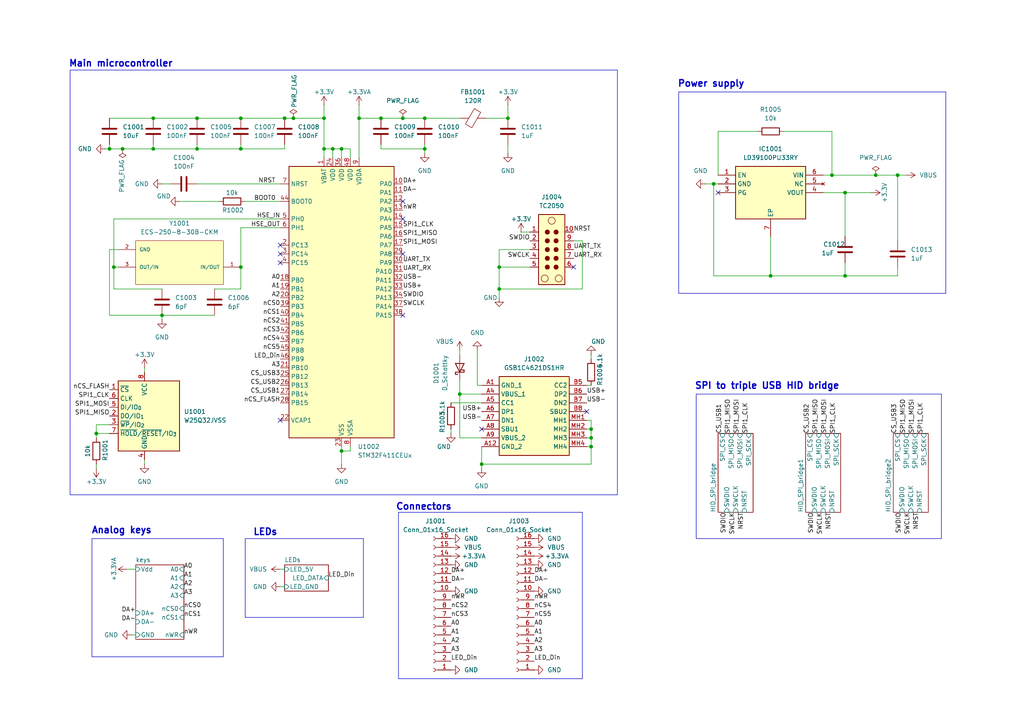
<source format=kicad_sch>
(kicad_sch (version 20250114) (generator "eeschema") (generator_version "9.0")
  (paper "A4")
  (title_block (title "TMR based triple USB Keyboard") (date "2025-12-28") (rev "v1") (company "Ryzzen"))
  (lib_symbols
    (symbol "Connector:Conn_01x16_Socket" (pin_names (offset 1.016) (hide yes))
      (property "Reference" "J" (at 0 20.32 0))
      (property "Value" "Conn_01x16_Socket" (at 0 -22.86 0))
      (symbol "Conn_01x16_Socket_1_1"
        (pin passive line (at -5.08 17.78 0) (length 3.81) (name "Pin_1") (number "1"))
        (pin passive line (at -5.08 15.24 0) (length 3.81) (name "Pin_2") (number "2"))
        (pin passive line (at -5.08 12.7 0) (length 3.81) (name "Pin_3") (number "3"))
        (pin passive line (at -5.08 10.16 0) (length 3.81) (name "Pin_4") (number "4"))
        (pin passive line (at -5.08 7.62 0) (length 3.81) (name "Pin_5") (number "5"))
        (pin passive line (at -5.08 5.08 0) (length 3.81) (name "Pin_6") (number "6"))
        (pin passive line (at -5.08 2.54 0) (length 3.81) (name "Pin_7") (number "7"))
        (pin passive line (at -5.08 0 0) (length 3.81) (name "Pin_8") (number "8"))
        (pin passive line (at -5.08 -2.54 0) (length 3.81) (name "Pin_9") (number "9"))
        (pin passive line (at -5.08 -5.08 0) (length 3.81) (name "Pin_10") (number "10"))
        (pin passive line (at -5.08 -7.62 0) (length 3.81) (name "Pin_11") (number "11"))
        (pin passive line (at -5.08 -10.16 0) (length 3.81) (name "Pin_12") (number "12"))
        (pin passive line (at -5.08 -12.7 0) (length 3.81) (name "Pin_13") (number "13"))
        (pin passive line (at -5.08 -15.24 0) (length 3.81) (name "Pin_14") (number "14"))
        (pin passive line (at -5.08 -17.78 0) (length 3.81) (name "Pin_15") (number "15"))
        (pin passive line (at -5.08 -20.32 0) (length 3.81) (name "Pin_16") (number "16"))
      )
    )
    (symbol "Connector:TC2050" (in_bom no)
      (property "Reference" "J" (at 1.27 11.43 0))
      (property "Value" "TC2050" (at 1.27 -11.43 0))
      (symbol "TC2050_1_1"
        (pin passive line (at -5.08 5.08 0) (length 2.54) (name "~") (number "1"))
        (pin passive line (at -5.08 2.54 0) (length 2.54) (name "~") (number "2"))
        (pin passive line (at -5.08 0 0) (length 2.54) (name "~") (number "3"))
        (pin passive line (at -5.08 -2.54 0) (length 2.54) (name "~") (number "4"))
        (pin passive line (at -5.08 -5.08 0) (length 2.54) (name "~") (number "5"))
        (pin passive line (at 7.62 5.08 180) (length 2.54) (name "~") (number "10"))
        (pin passive line (at 7.62 2.54 180) (length 2.54) (name "~") (number "9"))
        (pin passive line (at 7.62 0 180) (length 2.54) (name "~") (number "8"))
        (pin passive line (at 7.62 -2.54 180) (length 2.54) (name "~") (number "7"))
        (pin passive line (at 7.62 -5.08 180) (length 2.54) (name "~") (number "6"))
      )
    )
    (symbol "Device:C" (pin_numbers (hide yes)) (pin_names (offset 0.254))
      (property "Reference" "C" (at 0.635 2.54 0))
      (property "Value" "C" (at 0.635 -2.54 0))
      (symbol "C_1_1"
        (pin passive line (at 0 3.81 270) (length 2.794) (name "~") (number "1"))
        (pin passive line (at 0 -3.81 90) (length 2.794) (name "~") (number "2"))
      )
    )
    (symbol "Device:D_Schottky" (pin_numbers (hide yes)) (pin_names (offset 1.016) (hide yes))
      (property "Reference" "D" (at 0 2.54 0))
      (property "Value" "D_Schottky" (at 0 -2.54 0))
      (symbol "D_Schottky_1_1"
        (pin passive line (at -3.81 0 0) (length 2.54) (name "K") (number "1"))
        (pin passive line (at 3.81 0 180) (length 2.54) (name "A") (number "2"))
      )
    )
    (symbol "Device:FerriteBead" (pin_numbers (hide yes)) (pin_names (offset 0))
      (property "Reference" "FB" (at -3.81 0.635 90))
      (property "Value" "FerriteBead" (at 3.81 0 90))
      (symbol "FerriteBead_1_1"
        (pin passive line (at 0 3.81 270) (length 2.54) (name "~") (number "1"))
        (pin passive line (at 0 -3.81 90) (length 2.54) (name "~") (number "2"))
      )
    )
    (symbol "Device:R" (pin_numbers (hide yes)) (pin_names (offset 0))
      (property "Reference" "R" (at 2.032 0 90))
      (property "Value" "R" (at 0 0 90))
      (symbol "R_1_1"
        (pin passive line (at 0 3.81 270) (length 1.27) (name "~") (number "1"))
        (pin passive line (at 0 -3.81 90) (length 1.27) (name "~") (number "2"))
      )
    )
    (symbol "ECS-250-8-30B-CKM:ECS-250-8-30B-CKM" (pin_names (offset 1.016))
      (property "Reference" "Y" (at -12.7079 7.6248 0))
      (property "Value" "ECS-250-8-30B-CKM" (at -12.7326 -7.6396 0))
      (symbol "ECS-250-8-30B-CKM_0_0"
        (pin bidirectional line (at -17.78 2.54 0) (length 5.08) (name "IN/OUT") (number "1"))
        (pin bidirectional line (at 17.78 2.54 180) (length 5.08) (name "OUT/IN") (number "3"))
        (pin power_in line (at 17.78 -2.54 180) (length 5.08) (name "GND") (number "2"))
        (pin power_in line (at 17.78 -2.54 180) (length 5.08) (hide yes) (name "GND") (number "4"))
      )
    )
    (symbol "GSB1C4621DS1HR:GSB1C4621DS1HR"
      (property "Reference" "J" (at 26.67 7.62 0))
      (property "Value" "GSB1C4621DS1HR" (at 26.67 5.08 0))
      (symbol "GSB1C4621DS1HR_1_1"
        (pin passive line (at 0 0 0) (length 5.08) (name "GND_1") (number "A1"))
        (pin passive line (at 0 -2.54 0) (length 5.08) (name "VBUS_1") (number "A4"))
        (pin passive line (at 0 -5.08 0) (length 5.08) (name "CC1") (number "A5"))
        (pin passive line (at 0 -7.62 0) (length 5.08) (name "DP1") (number "A6"))
        (pin passive line (at 0 -10.16 0) (length 5.08) (name "DN1") (number "A7"))
        (pin passive line (at 0 -12.7 0) (length 5.08) (name "SBU1") (number "A8"))
        (pin passive line (at 0 -15.24 0) (length 5.08) (name "VBUS_2") (number "A9"))
        (pin passive line (at 0 -17.78 0) (length 5.08) (name "GND_2") (number "A12"))
        (pin passive line (at 30.48 0 180) (length 5.08) (name "CC2") (number "B5"))
        (pin passive line (at 30.48 -2.54 180) (length 5.08) (name "DP2") (number "B6"))
        (pin passive line (at 30.48 -5.08 180) (length 5.08) (name "DN2") (number "B7"))
        (pin passive line (at 30.48 -7.62 180) (length 5.08) (name "SBU2") (number "B8"))
        (pin passive line (at 30.48 -10.16 180) (length 5.08) (name "MH1") (number "MH1"))
        (pin passive line (at 30.48 -12.7 180) (length 5.08) (name "MH2") (number "MH2"))
        (pin passive line (at 30.48 -15.24 180) (length 5.08) (name "MH3") (number "MH3"))
        (pin passive line (at 30.48 -17.78 180) (length 5.08) (name "MH4") (number "MH4"))
      )
    )
    (symbol "LD39100PU33RY:LD39100PU33RY"
      (property "Reference" "IC" (at 26.67 7.62 0))
      (property "Value" "LD39100PU33RY" (at 26.67 5.08 0))
      (symbol "LD39100PU33RY_1_1"
        (pin passive line (at 0 0 0) (length 5.08) (name "EN") (number "1"))
        (pin passive line (at 0 -2.54 0) (length 5.08) (name "GND") (number "2"))
        (pin passive line (at 0 -5.08 0) (length 5.08) (name "PG") (number "3"))
        (pin passive line (at 15.24 -17.78 90) (length 5.08) (name "EP") (number "7"))
        (pin passive line (at 30.48 0 180) (length 5.08) (name "VIN") (number "6"))
        (pin no_connect line (at 30.48 -2.54 180) (length 5.08) (name "NC") (number "5"))
        (pin passive line (at 30.48 -5.08 180) (length 5.08) (name "VOUT") (number "4"))
      )
    )
    (symbol "MCU_ST_STM32F4:STM32F411CEUx"
      (property "Reference" "U" (at -15.24 41.91 0))
      (property "Value" "STM32F411CEUx" (at 7.62 41.91 0))
      (symbol "STM32F411CEUx_1_1"
        (pin input line (at -17.78 35.56 0) (length 2.54) (name "NRST") (number "7"))
        (pin input line (at -17.78 30.48 0) (length 2.54) (name "BOOT0") (number "44"))
        (pin bidirectional line (at -17.78 25.4 0) (length 2.54) (name "PH0") (number "5"))
        (pin bidirectional line (at -17.78 22.86 0) (length 2.54) (name "PH1") (number "6"))
        (pin bidirectional line (at -17.78 17.78 0) (length 2.54) (name "PC13") (number "2"))
        (pin bidirectional line (at -17.78 15.24 0) (length 2.54) (name "PC14") (number "3"))
        (pin bidirectional line (at -17.78 12.7 0) (length 2.54) (name "PC15") (number "4"))
        (pin bidirectional line (at -17.78 7.62 0) (length 2.54) (name "PB0") (number "18"))
        (pin bidirectional line (at -17.78 5.08 0) (length 2.54) (name "PB1") (number "19"))
        (pin bidirectional line (at -17.78 2.54 0) (length 2.54) (name "PB2") (number "20"))
        (pin bidirectional line (at -17.78 0 0) (length 2.54) (name "PB3") (number "39"))
        (pin bidirectional line (at -17.78 -2.54 0) (length 2.54) (name "PB4") (number "40"))
        (pin bidirectional line (at -17.78 -5.08 0) (length 2.54) (name "PB5") (number "41"))
        (pin bidirectional line (at -17.78 -7.62 0) (length 2.54) (name "PB6") (number "42"))
        (pin bidirectional line (at -17.78 -10.16 0) (length 2.54) (name "PB7") (number "43"))
        (pin bidirectional line (at -17.78 -12.7 0) (length 2.54) (name "PB8") (number "45"))
        (pin bidirectional line (at -17.78 -15.24 0) (length 2.54) (name "PB9") (number "46"))
        (pin bidirectional line (at -17.78 -17.78 0) (length 2.54) (name "PB10") (number "21"))
        (pin bidirectional line (at -17.78 -20.32 0) (length 2.54) (name "PB12") (number "25"))
        (pin bidirectional line (at -17.78 -22.86 0) (length 2.54) (name "PB13") (number "26"))
        (pin bidirectional line (at -17.78 -25.4 0) (length 2.54) (name "PB14") (number "27"))
        (pin bidirectional line (at -17.78 -27.94 0) (length 2.54) (name "PB15") (number "28"))
        (pin power_out line (at -17.78 -33.02 0) (length 2.54) (name "VCAP1") (number "22"))
        (pin power_in line (at -5.08 43.18 270) (length 2.54) (name "VBAT") (number "1"))
        (pin power_in line (at -2.54 43.18 270) (length 2.54) (name "VDD") (number "24"))
        (pin power_in line (at 0 43.18 270) (length 2.54) (name "VDD") (number "36"))
        (pin power_in line (at 0 -40.64 90) (length 2.54) (name "VSS") (number "23"))
        (pin passive line (at 0 -40.64 90) (length 2.54) (hide yes) (name "VSS") (number "35"))
        (pin passive line (at 0 -40.64 90) (length 2.54) (hide yes) (name "VSS") (number "47"))
        (pin passive line (at 0 -40.64 90) (length 2.54) (hide yes) (name "VSS") (number "49"))
        (pin power_in line (at 2.54 43.18 270) (length 2.54) (name "VDD") (number "48"))
        (pin power_in line (at 2.54 -40.64 90) (length 2.54) (name "VSSA") (number "8"))
        (pin power_in line (at 5.08 43.18 270) (length 2.54) (name "VDDA") (number "9"))
        (pin bidirectional line (at 17.78 35.56 180) (length 2.54) (name "PA0") (number "10"))
        (pin bidirectional line (at 17.78 33.02 180) (length 2.54) (name "PA1") (number "11"))
        (pin bidirectional line (at 17.78 30.48 180) (length 2.54) (name "PA2") (number "12"))
        (pin bidirectional line (at 17.78 27.94 180) (length 2.54) (name "PA3") (number "13"))
        (pin bidirectional line (at 17.78 25.4 180) (length 2.54) (name "PA4") (number "14"))
        (pin bidirectional line (at 17.78 22.86 180) (length 2.54) (name "PA5") (number "15"))
        (pin bidirectional line (at 17.78 20.32 180) (length 2.54) (name "PA6") (number "16"))
        (pin bidirectional line (at 17.78 17.78 180) (length 2.54) (name "PA7") (number "17"))
        (pin bidirectional line (at 17.78 15.24 180) (length 2.54) (name "PA8") (number "29"))
        (pin bidirectional line (at 17.78 12.7 180) (length 2.54) (name "PA9") (number "30"))
        (pin bidirectional line (at 17.78 10.16 180) (length 2.54) (name "PA10") (number "31"))
        (pin bidirectional line (at 17.78 7.62 180) (length 2.54) (name "PA11") (number "32"))
        (pin bidirectional line (at 17.78 5.08 180) (length 2.54) (name "PA12") (number "33"))
        (pin bidirectional line (at 17.78 2.54 180) (length 2.54) (name "PA13") (number "34"))
        (pin bidirectional line (at 17.78 0 180) (length 2.54) (name "PA14") (number "37"))
        (pin bidirectional line (at 17.78 -2.54 180) (length 2.54) (name "PA15") (number "38"))
      )
    )
    (symbol "Memory_Flash:W25Q32JVSS"
      (property "Reference" "U" (at -6.35 11.43 0))
      (property "Value" "W25Q32JVSS" (at 7.62 11.43 0))
      (symbol "W25Q32JVSS_1_1"
        (pin input line (at -10.16 7.62 0) (length 2.54) (name "~{CS}") (number "1"))
        (pin input line (at -10.16 5.08 0) (length 2.54) (name "CLK") (number "6"))
        (pin bidirectional line (at -10.16 2.54 0) (length 2.54) (name "DI/IO_{0}") (number "5"))
        (pin bidirectional line (at -10.16 0 0) (length 2.54) (name "DO/IO_{1}") (number "2"))
        (pin bidirectional line (at -10.16 -2.54 0) (length 2.54) (name "~{WP}/IO_{2}") (number "3"))
        (pin bidirectional line (at -10.16 -5.08 0) (length 2.54) (name "~{HOLD}/~{RESET}/IO_{3}") (number "7"))
        (pin power_in line (at 0 12.7 270) (length 2.54) (name "VCC") (number "8"))
        (pin power_in line (at 0 -12.7 90) (length 2.54) (name "GND") (number "4"))
      )
    )
    (symbol "power:+3.3V" (power) (pin_numbers (hide yes)) (pin_names (offset 0) (hide yes))
      (property "Value" "+3.3V" (at 0 3.556 0))
      (symbol "+3.3V_1_1"
        (pin power_in line (at 0 0 90) (length 0) (name "~") (number "1"))
      )
    )
    (symbol "power:+3.3VA" (power) (pin_numbers (hide yes)) (pin_names (offset 0) (hide yes))
      (property "Value" "+3.3VA" (at 0 3.556 0))
      (symbol "+3.3VA_1_1"
        (pin power_in line (at 0 0 90) (length 0) (name "~") (number "1"))
      )
    )
    (symbol "power:GND" (power) (pin_numbers (hide yes)) (pin_names (offset 0) (hide yes))
      (property "Value" "GND" (at 0 -3.81 0))
      (symbol "GND_1_1"
        (pin power_in line (at 0 0 270) (length 0) (name "~") (number "1"))
      )
    )
    (symbol "power:PWR_FLAG" (power) (pin_numbers (hide yes)) (pin_names (offset 0) (hide yes))
      (property "Value" "PWR_FLAG" (at 0 3.81 0))
      (symbol "PWR_FLAG_0_0"
        (pin power_out line (at 0 0 90) (length 0) (name "~") (number "1"))
      )
    )
    (symbol "power:VBUS" (power) (pin_numbers (hide yes)) (pin_names (offset 0) (hide yes))
      (property "Value" "VBUS" (at 0 3.556 0))
      (symbol "VBUS_1_1"
        (pin power_in line (at 0 0 90) (length 0) (name "~") (number "1"))
      )
    )
  )
  (rectangle (start 115.57 148.59) (end 168.91 196.85))
  (rectangle (start 71.12 156.21) (end 105.41 179.07))
  (rectangle (start 201.93 114.3) (end 273.05 156.21))
  (rectangle (start 196.85 26.67) (end 274.32 85.09))
  (rectangle (start 20.32 20.32) (end 179.07 143.51))
  (rectangle (start 26.67 156.21) (end 64.77 190.5))
  (text "Main microcontroller" (at 35.052 18.542 0) (effects (font (size 1.905 1.905) (thickness 0.381) (bold yes))))
  (text "Power supply" (at 206.248 24.384 0) (effects (font (size 1.905 1.905) (thickness 0.381) (bold yes))))
  (text "LEDs" (at 76.962 154.432 0) (effects (font (size 1.905 1.905) (thickness 0.381) (bold yes))))
  (text "Connectors" (at 122.936 147.066 0) (effects (font (size 1.905 1.905) (thickness 0.381) (bold yes))))
  (text "Analog keys" (at 35.306 153.924 0) (effects (font (size 1.905 1.905) (thickness 0.381) (bold yes))))
  (text "SPI to triple USB HID bridge" (at 222.504 112.014 0) (effects (font (size 1.905 1.905) (thickness 0.381) (bold yes))))
  (junction (at 35.56 43.18))
  (junction (at 207.01 53.34))
  (junction (at 245.11 80.01))
  (junction (at 44.45 34.29))
  (junction (at 123.19 34.29))
  (junction (at 99.06 130.81))
  (junction (at 116.84 34.29))
  (junction (at 57.15 43.18))
  (junction (at 171.45 127))
  (junction (at 93.98 34.29))
  (junction (at 144.78 83.82))
  (junction (at 254 50.8))
  (junction (at 123.19 43.18))
  (junction (at 133.35 114.3))
  (junction (at 241.3 50.8))
  (junction (at 69.85 34.29))
  (junction (at 57.15 34.29))
  (junction (at 31.75 43.18))
  (junction (at 139.7 134.62))
  (junction (at 85.09 34.29))
  (junction (at 44.45 43.18))
  (junction (at 171.45 124.46))
  (junction (at 260.35 50.8))
  (junction (at 33.02 77.47))
  (junction (at 96.52 43.18))
  (junction (at 99.06 43.18))
  (junction (at 171.45 129.54))
  (junction (at 104.14 34.29))
  (junction (at 245.11 55.88))
  (junction (at 69.85 77.47))
  (junction (at 110.49 34.29))
  (junction (at 147.32 34.29))
  (junction (at 27.94 125.73))
  (junction (at 223.52 80.01))
  (junction (at 93.98 43.18))
  (junction (at 82.55 34.29))
  (junction (at 144.78 77.47))
  (junction (at 46.99 91.44))
  (junction (at 69.85 43.18))
  (no_connect (at 81.28 121.92))
  (no_connect (at 81.28 76.2))
  (no_connect (at 116.84 91.44))
  (no_connect (at 81.28 71.12))
  (no_connect (at 166.37 77.47))
  (no_connect (at 139.7 124.46))
  (no_connect (at 208.28 55.88))
  (no_connect (at 81.28 73.66))
  (no_connect (at 116.84 63.5))
  (no_connect (at 116.84 58.42))
  (no_connect (at 116.84 73.66))
  (no_connect (at 170.18 119.38))
  (wire (pts (xy 99.06 129.54) (xy 99.06 130.81)))
  (wire (pts (xy 170.18 127) (xy 171.45 127)))
  (wire (pts (xy 99.06 43.18) (xy 101.6 43.18)))
  (wire (pts (xy 93.98 43.18) (xy 93.98 45.72)))
  (wire (pts (xy 69.85 77.47) (xy 69.85 83.82)))
  (wire (pts (xy 93.98 30.48) (xy 93.98 34.29)))
  (wire (pts (xy 33.02 63.5) (xy 33.02 77.47)))
  (wire (pts (xy 31.75 91.44) (xy 46.99 91.44)))
  (wire (pts (xy 31.75 72.39) (xy 31.75 91.44)))
  (wire (pts (xy 207.01 80.01) (xy 223.52 80.01)))
  (wire (pts (xy 44.45 34.29) (xy 57.15 34.29)))
  (wire (pts (xy 133.35 110.49) (xy 133.35 114.3)))
  (wire (pts (xy 104.14 30.48) (xy 104.14 34.29)))
  (wire (pts (xy 31.75 41.91) (xy 31.75 43.18)))
  (wire (pts (xy 260.35 50.8) (xy 260.35 69.85)))
  (wire (pts (xy 168.91 83.82) (xy 144.78 83.82)))
  (wire (pts (xy 81.28 165.1) (xy 82.55 165.1)))
  (wire (pts (xy 133.35 114.3) (xy 133.35 127)))
  (wire (pts (xy 82.55 43.18) (xy 69.85 43.18)))
  (wire (pts (xy 139.7 111.76) (xy 138.43 111.76)))
  (wire (pts (xy 44.45 41.91) (xy 44.45 43.18)))
  (wire (pts (xy 35.56 43.18) (xy 31.75 43.18)))
  (wire (pts (xy 139.7 134.62) (xy 171.45 134.62)))
  (wire (pts (xy 69.85 41.91) (xy 69.85 43.18)))
  (wire (pts (xy 260.35 50.8) (xy 262.89 50.8)))
  (wire (pts (xy 208.28 38.1) (xy 208.28 50.8)))
  (wire (pts (xy 33.02 77.47) (xy 34.29 77.47)))
  (wire (pts (xy 57.15 43.18) (xy 44.45 43.18)))
  (wire (pts (xy 223.52 80.01) (xy 245.11 80.01)))
  (wire (pts (xy 130.81 125.73) (xy 130.81 124.46)))
  (wire (pts (xy 57.15 34.29) (xy 69.85 34.29)))
  (wire (pts (xy 38.1 184.15) (xy 39.37 184.15)))
  (wire (pts (xy 99.06 130.81) (xy 99.06 134.62)))
  (wire (pts (xy 85.09 34.29) (xy 93.98 34.29)))
  (wire (pts (xy 69.85 83.82) (xy 62.23 83.82)))
  (wire (pts (xy 219.71 38.1) (xy 208.28 38.1)))
  (wire (pts (xy 57.15 41.91) (xy 57.15 43.18)))
  (wire (pts (xy 93.98 43.18) (xy 96.52 43.18)))
  (wire (pts (xy 139.7 134.62) (xy 139.7 135.89)))
  (wire (pts (xy 133.35 114.3) (xy 139.7 114.3)))
  (wire (pts (xy 151.13 67.31) (xy 153.67 67.31)))
  (wire (pts (xy 171.45 127) (xy 171.45 129.54)))
  (wire (pts (xy 110.49 34.29) (xy 116.84 34.29)))
  (wire (pts (xy 147.32 30.48) (xy 147.32 34.29)))
  (wire (pts (xy 101.6 43.18) (xy 101.6 45.72)))
  (wire (pts (xy 31.75 123.19) (xy 27.94 123.19)))
  (wire (pts (xy 245.11 80.01) (xy 260.35 80.01)))
  (wire (pts (xy 170.18 129.54) (xy 171.45 129.54)))
  (wire (pts (xy 110.49 43.18) (xy 110.49 41.91)))
  (wire (pts (xy 93.98 34.29) (xy 93.98 43.18)))
  (wire (pts (xy 41.91 106.68) (xy 41.91 107.95)))
  (wire (pts (xy 69.85 34.29) (xy 82.55 34.29)))
  (wire (pts (xy 44.45 43.18) (xy 35.56 43.18)))
  (wire (pts (xy 104.14 34.29) (xy 104.14 45.72)))
  (wire (pts (xy 31.75 34.29) (xy 44.45 34.29)))
  (wire (pts (xy 241.3 50.8) (xy 254 50.8)))
  (wire (pts (xy 31.75 125.73) (xy 27.94 125.73)))
  (wire (pts (xy 123.19 43.18) (xy 123.19 44.45)))
  (wire (pts (xy 207.01 53.34) (xy 207.01 80.01)))
  (wire (pts (xy 139.7 129.54) (xy 139.7 134.62)))
  (wire (pts (xy 171.45 129.54) (xy 171.45 134.62)))
  (wire (pts (xy 170.18 124.46) (xy 171.45 124.46)))
  (wire (pts (xy 133.35 101.6) (xy 133.35 102.87)))
  (wire (pts (xy 101.6 130.81) (xy 101.6 129.54)))
  (wire (pts (xy 144.78 77.47) (xy 153.67 77.47)))
  (wire (pts (xy 140.97 34.29) (xy 147.32 34.29)))
  (wire (pts (xy 41.91 133.35) (xy 41.91 134.62)))
  (wire (pts (xy 96.52 43.18) (xy 99.06 43.18)))
  (wire (pts (xy 171.45 102.87) (xy 171.45 104.14)))
  (wire (pts (xy 96.52 43.18) (xy 96.52 45.72)))
  (wire (pts (xy 69.85 66.04) (xy 81.28 66.04)))
  (wire (pts (xy 207.01 53.34) (xy 208.28 53.34)))
  (wire (pts (xy 82.55 34.29) (xy 85.09 34.29)))
  (wire (pts (xy 116.84 34.29) (xy 123.19 34.29)))
  (wire (pts (xy 147.32 41.91) (xy 147.32 44.45)))
  (wire (pts (xy 46.99 91.44) (xy 46.99 92.71)))
  (wire (pts (xy 123.19 34.29) (xy 133.35 34.29)))
  (wire (pts (xy 104.14 34.29) (xy 110.49 34.29)))
  (wire (pts (xy 144.78 83.82) (xy 144.78 86.36)))
  (wire (pts (xy 170.18 121.92) (xy 171.45 121.92)))
  (wire (pts (xy 27.94 123.19) (xy 27.94 125.73)))
  (wire (pts (xy 144.78 72.39) (xy 153.67 72.39)))
  (wire (pts (xy 99.06 43.18) (xy 99.06 45.72)))
  (wire (pts (xy 46.99 53.34) (xy 49.53 53.34)))
  (wire (pts (xy 46.99 91.44) (xy 62.23 91.44)))
  (wire (pts (xy 241.3 38.1) (xy 227.33 38.1)))
  (wire (pts (xy 144.78 77.47) (xy 144.78 83.82)))
  (wire (pts (xy 133.35 127) (xy 139.7 127)))
  (wire (pts (xy 223.52 68.58) (xy 223.52 80.01)))
  (wire (pts (xy 123.19 41.91) (xy 123.19 43.18)))
  (wire (pts (xy 69.85 43.18) (xy 57.15 43.18)))
  (wire (pts (xy 166.37 69.85) (xy 168.91 69.85)))
  (wire (pts (xy 33.02 77.47) (xy 33.02 83.82)))
  (wire (pts (xy 168.91 69.85) (xy 168.91 83.82)))
  (wire (pts (xy 69.85 66.04) (xy 69.85 77.47)))
  (wire (pts (xy 238.76 50.8) (xy 241.3 50.8)))
  (wire (pts (xy 245.11 55.88) (xy 252.73 55.88)))
  (wire (pts (xy 130.81 116.84) (xy 139.7 116.84)))
  (wire (pts (xy 138.43 101.6) (xy 138.43 111.76)))
  (wire (pts (xy 260.35 77.47) (xy 260.35 80.01)))
  (wire (pts (xy 144.78 72.39) (xy 144.78 77.47)))
  (wire (pts (xy 71.12 58.42) (xy 81.28 58.42)))
  (wire (pts (xy 81.28 170.18) (xy 82.55 170.18)))
  (wire (pts (xy 245.11 68.58) (xy 245.11 55.88)))
  (wire (pts (xy 170.18 111.76) (xy 171.45 111.76)))
  (wire (pts (xy 33.02 63.5) (xy 81.28 63.5)))
  (wire (pts (xy 36.83 165.1) (xy 39.37 165.1)))
  (wire (pts (xy 30.48 43.18) (xy 31.75 43.18)))
  (wire (pts (xy 27.94 125.73) (xy 27.94 127)))
  (wire (pts (xy 238.76 55.88) (xy 245.11 55.88)))
  (wire (pts (xy 171.45 124.46) (xy 171.45 127)))
  (wire (pts (xy 52.07 58.42) (xy 63.5 58.42)))
  (wire (pts (xy 254 50.8) (xy 260.35 50.8)))
  (wire (pts (xy 99.06 130.81) (xy 101.6 130.81)))
  (wire (pts (xy 34.29 72.39) (xy 31.75 72.39)))
  (wire (pts (xy 82.55 41.91) (xy 82.55 43.18)))
  (wire (pts (xy 241.3 50.8) (xy 241.3 38.1)))
  (wire (pts (xy 27.94 134.62) (xy 27.94 135.89)))
  (wire (pts (xy 123.19 43.18) (xy 110.49 43.18)))
  (wire (pts (xy 57.15 53.34) (xy 81.28 53.34)))
  (wire (pts (xy 33.02 83.82) (xy 46.99 83.82)))
  (wire (pts (xy 245.11 76.2) (xy 245.11 80.01)))
  (wire (pts (xy 204.47 53.34) (xy 207.01 53.34)))
  (wire (pts (xy 171.45 121.92) (xy 171.45 124.46)))
  (label "SPI1_MOSI" (at 116.84 71.12 0))
  (label "SPI1_MOSI" (at 240.03 125.73 90))
  (label "DA-" (at 154.94 168.91 0))
  (label "nCS5" (at 154.94 179.07 0))
  (label "SPI1_CLK" (at 242.57 125.73 90))
  (label "SPI1_MOSI" (at 31.75 118.11 180))
  (label "A1" (at 130.81 184.15 0))
  (label "SPI1_CLK" (at 31.75 115.57 180))
  (label "nWR" (at 53.34 184.15 0))
  (label "nCS1" (at 81.28 91.44 180))
  (label "DA+" (at 130.81 166.37 0))
  (label "DA+" (at 39.37 177.8 180))
  (label "USB-" (at 170.18 116.84 0))
  (label "HSE_IN" (at 81.28 63.5 180))
  (label "nCS_FLASH" (at 31.75 113.03 180))
  (label "A2" (at 53.34 170.18 0))
  (label "SWCLK" (at 213.36 148.59 270))
  (label "A2" (at 81.28 86.36 180))
  (label "SWDIO" (at 116.84 86.36 0))
  (label "nCS0" (at 53.34 176.53 0))
  (label "A2" (at 154.94 186.69 0))
  (label "SWCLK" (at 238.76 148.59 270))
  (label "A3" (at 130.81 189.23 0))
  (label "nCS5" (at 81.28 101.6 180))
  (label "SWCLK" (at 153.67 74.93 180))
  (label "nWR" (at 116.84 60.96 0))
  (label "DA+" (at 116.84 53.34 0))
  (label "nCS2" (at 130.81 176.53 0))
  (label "UART_TX" (at 116.84 76.2 0))
  (label "SWDIO" (at 153.67 69.85 180))
  (label "SWDIO" (at 210.82 148.59 270))
  (label "nCS_FLASH" (at 81.28 116.84 180))
  (label "NRST" (at 266.7 148.59 270))
  (label "CS_USB1" (at 81.28 114.3 180))
  (label "SWDIO" (at 261.62 148.59 270))
  (label "nWR" (at 154.94 173.99 0))
  (label "UART_RX" (at 116.84 78.74 0))
  (label "UART_RX" (at 166.37 74.93 0))
  (label "SPI1_CLK" (at 116.84 66.04 0))
  (label "SWCLK" (at 116.84 88.9 0))
  (label "NRST" (at 241.3 148.59 270))
  (label "LED_Din" (at 95.25 167.64 0))
  (label "HSE_OUT" (at 81.28 66.04 180))
  (label "SWCLK" (at 264.16 148.59 270))
  (label "nCS4" (at 81.28 99.06 180))
  (label "SPI1_MISO" (at 212.09 125.73 90))
  (label "CS_USB3" (at 260.35 125.73 90))
  (label "nCS3" (at 130.81 179.07 0))
  (label "A1" (at 154.94 184.15 0))
  (label "DA+" (at 154.94 166.37 0))
  (label "CS_USB2" (at 81.28 111.76 180))
  (label "SPI1_MISO" (at 262.89 125.73 90))
  (label "DA-" (at 39.37 180.34 180))
  (label "NRST" (at 215.9 148.59 270))
  (label "USB+" (at 170.18 114.3 0))
  (label "DA-" (at 130.81 168.91 0))
  (label "A2" (at 130.81 186.69 0))
  (label "SPI1_MOSI" (at 265.43 125.73 90))
  (label "nWR" (at 130.81 173.99 0))
  (label "BOOT0" (at 73.66 58.42 0))
  (label "CS_USB2" (at 234.95 125.73 90))
  (label "SWDIO" (at 236.22 148.59 270))
  (label "SPI1_MISO" (at 237.49 125.73 90))
  (label "A3" (at 154.94 189.23 0))
  (label "A3" (at 53.34 172.72 0))
  (label "nCS0" (at 81.28 88.9 180))
  (label "SPI1_MOSI" (at 214.63 125.73 90))
  (label "nCS2" (at 81.28 93.98 180))
  (label "CS_USB3" (at 81.28 109.22 180))
  (label "nCS1" (at 53.34 179.07 0))
  (label "NRST" (at 166.37 67.31 0))
  (label "LED_Din" (at 130.81 191.77 0))
  (label "USB+" (at 139.7 119.38 180))
  (label "USB-" (at 139.7 121.92 180))
  (label "USB+" (at 116.84 83.82 0))
  (label "A3" (at 81.28 106.68 180))
  (label "A0" (at 130.81 181.61 0))
  (label "DA-" (at 116.84 55.88 0))
  (label "SPI1_CLK" (at 217.17 125.73 90))
  (label "A0" (at 81.28 81.28 180))
  (label "LED_Din" (at 81.28 104.14 180))
  (label "A1" (at 81.28 83.82 180))
  (label "SPI1_MISO" (at 31.75 120.65 180))
  (label "SPI1_CLK" (at 267.97 125.73 90))
  (label "A0" (at 154.94 181.61 0))
  (label "NRST" (at 74.93 53.34 0))
  (label "LED_Din" (at 154.94 191.77 0))
  (label "nCS4" (at 154.94 176.53 0))
  (label "CS_USB1" (at 209.55 125.73 90))
  (label "nCS3" (at 81.28 96.52 180))
  (label "UART_TX" (at 166.37 72.39 0))
  (label "A0" (at 53.34 165.1 0))
  (label "A1" (at 53.34 167.64 0))
  (label "USB-" (at 116.84 81.28 0))
  (label "SPI1_MISO" (at 116.84 68.58 0))
  (symbol (lib_id "power:VBUS") (at 154.94 158.75 270) (unit 1)
    (property "Reference" "#PWR01031" (effects (hide yes)))
    (property "Value" "VBUS" (at 158.75 158.7499 90) (effects (justify left)))
    (property "Description" "Power symbol creates a global label with name \"VBUS\"" (effects (hide yes)))
  )
  (symbol (lib_id "power:GND") (at 130.81 194.31 90) (unit 1)
    (property "Reference" "#PWR01022" (effects (hide yes)))
    (property "Value" "GND" (at 134.62 194.3099 90) (effects (justify right)))
    (property "Description" "Power symbol creates a global label with name \"GND\" , ground" (effects (hide yes)))
  )
  (symbol (lib_id "power:GND") (at 130.81 163.83 90) (unit 1)
    (property "Reference" "#PWR01020" (effects (hide yes)))
    (property "Value" "GND" (at 134.62 163.8299 90) (effects (justify right)))
    (property "Description" "Power symbol creates a global label with name \"GND\" , ground" (effects (hide yes)))
  )
  (symbol (lib_id "power:PWR_FLAG") (at 254 50.8 0) (unit 1)
    (property "Reference" "#FLG01004" (effects (hide yes)))
    (property "Value" "PWR_FLAG" (at 254 45.72 0))
    (property "Description" "Special symbol for telling ERC where power comes from" (effects (hide yes)))
  )
  (symbol (lib_id "power:+3.3V") (at 93.98 30.48 0) (unit 1)
    (property "Reference" "#PWR01012" (effects (hide yes)))
    (property "Value" "+3.3V" (at 93.98 26.67 0))
    (property "Description" "Power symbol creates a global label with name \"+3.3V\"" (effects (hide yes)))
  )
  (symbol (lib_id "LD39100PU33RY:LD39100PU33RY") (at 208.28 50.8 0) (unit 1)
    (property "Reference" "IC1001" (at 223.52 43.18 0))
    (property "Value" "LD39100PU33RY" (at 223.52 45.72 0))
    (property "Footprint" "LD39100PU33RY:SON95P300X300X90-7N-D" (effects (hide yes)))
    (property "Datasheet" "https://www.st.com/resource/en/datasheet/ld39100.pdf" (effects (hide yes)))
    (property "Description" "LDO Voltage Regulators 1 A low quiescent current low noise voltage regulator" (effects (hide yes)))
    (property "Height" "0.9" (effects (hide yes)))
    (property "Mouser Part Number" "511-LD39100PU33RY" (effects (hide yes)))
    (property "Mouser Price/Stock" "https://www.mouser.co.uk/ProductDetail/STMicroelectronics/LD39100PU33RY?qs=xwQlLnDx56AZF44f%2FmwzdQ%3D%3D" (effects (hide yes)))
    (property "Manufacturer_Name" "STMicroelectronics" (effects (hide yes)))
    (property "Manufacturer_Part_Number" "LD39100PU33RY" (effects (hide yes)))
  )
  (symbol (lib_id "Device:C") (at 53.34 53.34 270) (unit 1)
    (property "Reference" "C1004" (at 53.34 45.72 90))
    (property "Value" "100nF" (at 53.34 48.26 90))
    (property "Footprint" "Capacitor_SMD:C_0603_1608Metric_Pad1.08x0.95mm_HandSolder" (effects (hide yes)))
    (property "Description" "Unpolarized capacitor" (effects (hide yes)))
  )
  (symbol (lib_id "power:GND") (at 81.28 170.18 270) (unit 1)
    (property "Reference" "#PWR01011" (effects (hide yes)))
    (property "Value" "GND" (at 77.47 170.1799 90) (effects (justify right)))
    (property "Description" "Power symbol creates a global label with name \"GND\" , ground" (effects (hide yes)))
  )
  (symbol (lib_id "power:VBUS") (at 130.81 158.75 270) (unit 1)
    (property "Reference" "#PWR01018" (effects (hide yes)))
    (property "Value" "VBUS" (at 134.62 158.7499 90) (effects (justify left)))
    (property "Description" "Power symbol creates a global label with name \"VBUS\"" (effects (hide yes)))
  )
  (symbol (lib_id "Device:R") (at 223.52 38.1 90) (unit 1)
    (property "Reference" "R1005" (at 223.52 31.75 90))
    (property "Value" "10k" (at 223.52 34.29 90))
    (property "Footprint" "Resistor_SMD:R_0603_1608Metric_Pad0.98x0.95mm_HandSolder" (effects (hide yes)))
    (property "Description" "Resistor" (effects (hide yes)))
  )
  (symbol (lib_id "power:VBUS") (at 262.89 50.8 270) (unit 1)
    (property "Reference" "#PWR01039" (effects (hide yes)))
    (property "Value" "VBUS" (at 266.7 50.7999 90) (effects (justify left)))
    (property "Description" "Power symbol creates a global label with name \"VBUS\"" (effects (hide yes)))
  )
  (symbol (lib_id "Device:R") (at 171.45 107.95 0) (unit 1)
    (property "Reference" "R1004" (at 173.99 108.712 90))
    (property "Value" "5.1k" (at 173.99 104.648 90))
    (property "Footprint" "Resistor_SMD:R_0603_1608Metric_Pad0.98x0.95mm_HandSolder" (effects (hide yes)))
    (property "Description" "Resistor" (effects (hide yes)))
  )
  (symbol (lib_id "Device:C") (at 57.15 38.1 0) (unit 1)
    (property "Reference" "C1005" (at 60.96 36.8299 0) (effects (justify left)))
    (property "Value" "100nF" (at 60.96 39.3699 0) (effects (justify left)))
    (property "Footprint" "Capacitor_SMD:C_0603_1608Metric_Pad1.08x0.95mm_HandSolder" (effects (hide yes)))
    (property "Description" "Unpolarized capacitor" (effects (hide yes)))
  )
  (symbol (lib_id "Device:C") (at 110.49 38.1 0) (unit 1)
    (property "Reference" "C1009" (at 114.3 36.8299 0) (effects (justify left)))
    (property "Value" "100nF" (at 114.3 39.3699 0) (effects (justify left)))
    (property "Footprint" "Capacitor_SMD:C_0603_1608Metric_Pad1.08x0.95mm_HandSolder" (effects (hide yes)))
    (property "Description" "Unpolarized capacitor" (effects (hide yes)))
  )
  (symbol (lib_id "power:GND") (at 204.47 53.34 270) (unit 1)
    (property "Reference" "#PWR01037" (effects (hide yes)))
    (property "Value" "GND" (at 203.2 49.53 90))
    (property "Description" "Power symbol creates a global label with name \"GND\" , ground" (effects (hide yes)))
  )
  (symbol (lib_id "power:GND") (at 130.81 171.45 90) (unit 1)
    (property "Reference" "#PWR01021" (effects (hide yes)))
    (property "Value" "GND" (at 134.62 171.4499 90) (effects (justify right)))
    (property "Description" "Power symbol creates a global label with name \"GND\" , ground" (effects (hide yes)))
  )
  (symbol (lib_id "Device:C") (at 31.75 38.1 0) (unit 1)
    (property "Reference" "C1001" (at 35.56 36.8299 0) (effects (justify left)))
    (property "Value" "10uF" (at 35.56 39.3699 0) (effects (justify left)))
    (property "Footprint" "Capacitor_SMD:C_0603_1608Metric_Pad1.08x0.95mm_HandSolder" (effects (hide yes)))
    (property "Description" "Unpolarized capacitor" (effects (hide yes)))
  )
  (symbol (lib_id "ECS-250-8-30B-CKM:ECS-250-8-30B-CKM") (at 52.07 74.93 180) (unit 1)
    (property "Reference" "Y1001" (at 52.07 64.77 0))
    (property "Value" "ECS-250-8-30B-CKM" (at 52.07 67.31 0))
    (property "Footprint" "ECS-250-8-30B-CKM:XTAL_ECS-250-8-30B-CKM" (effects (hide yes)))
    (property "MF" "ECS Inc." (effects (hide yes)))
    (property "DESCRIPTION" "The ECX-53B is a miniature SMD Crystal with a 3.2 x 5 mm footprint." (effects (hide yes)))
    (property "PACKAGE" "SMD-4 ECX" (effects (hide yes)))
    (property "Package" "ECX-53B-30B-4 ECS" (effects (hide yes)))
    (property "Check_prices" "https://www.snapeda.com/parts/ECS-250-8-30B-CKM/ECS/view-part/?ref=eda" (effects (hide yes)))
    (property "STANDARD" "Manufacturer Recommendations" (effects (hide yes)))
    (property "SnapEDA_Link" "https://www.snapeda.com/parts/ECS-250-8-30B-CKM/ECS/view-part/?ref=snap" (effects (hide yes)))
    (property "MP" "ECS-250-8-30B-CKM" (effects (hide yes)))
    (property "Purchase-URL" "https://www.snapeda.com/api/url_track_click_mouser/?unipart_id=2121748&manufacturer=ECS Inc.&part_name=ECS-250-8-30B-CKM&search_term=None" (effects (hide yes)))
    (property "Price" "None" (effects (hide yes)))
    (property "Availability" "In Stock" (effects (hide yes)))
    (property "AVAILABILITY" "Good" (effects (hide yes)))
    (property "Description_1" "25 MHz ±10ppm Crystal 8pF 30 Ohms 4-SMD, No Lead" (effects (hide yes)))
  )
  (symbol (lib_id "Device:C") (at 46.99 87.63 0) (unit 1)
    (property "Reference" "C1003" (at 50.8 86.3599 0) (effects (justify left)))
    (property "Value" "6pF" (at 50.8 88.8999 0) (effects (justify left)))
    (property "Footprint" "Capacitor_SMD:C_0603_1608Metric_Pad1.08x0.95mm_HandSolder" (effects (hide yes)))
    (property "Description" "Unpolarized capacitor" (effects (hide yes)))
  )
  (symbol (lib_id "power:+3.3VA") (at 130.81 161.29 270) (unit 1)
    (property "Reference" "#PWR01019" (effects (hide yes)))
    (property "Value" "+3.3VA" (at 137.414 161.29 90))
    (property "Description" "Power symbol creates a global label with name \"+3.3VA\"" (effects (hide yes)))
  )
  (symbol (lib_id "Device:C") (at 69.85 38.1 0) (unit 1)
    (property "Reference" "C1007" (at 73.66 36.8299 0) (effects (justify left)))
    (property "Value" "100nF" (at 73.66 39.3699 0) (effects (justify left)))
    (property "Footprint" "Capacitor_SMD:C_0603_1608Metric_Pad1.08x0.95mm_HandSolder" (effects (hide yes)))
    (property "Description" "Unpolarized capacitor" (effects (hide yes)))
  )
  (symbol (lib_id "power:GND") (at 171.45 102.87 180) (unit 1)
    (property "Reference" "#PWR01036" (effects (hide yes)))
    (property "Value" "GND" (at 171.4501 99.06 0) (effects (justify right)))
    (property "Description" "Power symbol creates a global label with name \"GND\" , ground" (effects (hide yes)))
  )
  (symbol (lib_id "power:+3.3V") (at 252.73 55.88 270) (unit 1)
    (property "Reference" "#PWR01038" (effects (hide yes)))
    (property "Value" "+3.3V" (at 256.54 55.88 0))
    (property "Description" "Power symbol creates a global label with name \"+3.3V\"" (effects (hide yes)))
  )
  (symbol (lib_id "power:+3.3VA") (at 154.94 161.29 270) (unit 1)
    (property "Reference" "#PWR01032" (effects (hide yes)))
    (property "Value" "+3.3VA" (at 161.544 161.29 90))
    (property "Description" "Power symbol creates a global label with name \"+3.3VA\"" (effects (hide yes)))
  )
  (symbol (lib_id "Device:C") (at 245.11 72.39 0) (unit 1)
    (property "Reference" "C1012" (at 238.76 70.866 0) (effects (justify left)))
    (property "Value" "1uF" (at 238.252 73.406 0) (effects (justify left)))
    (property "Footprint" "Capacitor_SMD:C_0603_1608Metric_Pad1.08x0.95mm_HandSolder" (effects (hide yes)))
    (property "Description" "Unpolarized capacitor" (effects (hide yes)))
  )
  (symbol (lib_id "power:GND") (at 52.07 58.42 270) (unit 1)
    (property "Reference" "#PWR01009" (effects (hide yes)))
    (property "Value" "GND" (at 47.498 56.896 90))
    (property "Description" "Power symbol creates a global label with name \"GND\" , ground" (effects (hide yes)))
  )
  (symbol (lib_id "power:GND") (at 46.99 53.34 270) (unit 1)
    (property "Reference" "#PWR01007" (effects (hide yes)))
    (property "Value" "GND" (at 43.18 53.3399 90) (effects (justify right)))
    (property "Description" "Power symbol creates a global label with name \"GND\" , ground" (effects (hide yes)))
  )
  (symbol (lib_id "power:PWR_FLAG") (at 116.84 34.29 0) (unit 1)
    (property "Reference" "#FLG01003" (effects (hide yes)))
    (property "Value" "PWR_FLAG" (at 116.84 29.21 0))
    (property "Description" "Special symbol for telling ERC where power comes from" (effects (hide yes)))
  )
  (symbol (lib_id "Device:C") (at 147.32 38.1 0) (unit 1)
    (property "Reference" "C1011" (at 151.13 36.8299 0) (effects (justify left)))
    (property "Value" "1uF" (at 151.13 39.3699 0) (effects (justify left)))
    (property "Footprint" "Capacitor_SMD:C_0603_1608Metric_Pad1.08x0.95mm_HandSolder" (effects (hide yes)))
    (property "Description" "Unpolarized capacitor" (effects (hide yes)))
  )
  (symbol (lib_id "Device:C") (at 44.45 38.1 0) (unit 1)
    (property "Reference" "C1002" (at 48.26 36.8299 0) (effects (justify left)))
    (property "Value" "100nF" (at 48.26 39.3699 0) (effects (justify left)))
    (property "Footprint" "Capacitor_SMD:C_0603_1608Metric_Pad1.08x0.95mm_HandSolder" (effects (hide yes)))
    (property "Description" "Unpolarized capacitor" (effects (hide yes)))
  )
  (symbol (lib_id "power:GND") (at 144.78 86.36 0) (unit 1)
    (property "Reference" "#PWR01026" (effects (hide yes)))
    (property "Value" "GND" (at 142.24 86.36 0))
    (property "Description" "Power symbol creates a global label with name \"GND\" , ground" (effects (hide yes)))
  )
  (symbol (lib_id "power:+3.3VA") (at 104.14 30.48 0) (unit 1)
    (property "Reference" "#PWR01014" (effects (hide yes)))
    (property "Value" "+3.3VA" (at 104.14 26.67 0))
    (property "Description" "Power symbol creates a global label with name \"+3.3VA\"" (effects (hide yes)))
  )
  (symbol (lib_id "Device:R") (at 27.94 130.81 180) (unit 1)
    (property "Reference" "R1001" (at 30.48 130.556 90))
    (property "Value" "10k" (at 25.4 130.81 90))
    (property "Footprint" "Resistor_SMD:R_0603_1608Metric_Pad0.98x0.95mm_HandSolder" (effects (hide yes)))
    (property "Description" "Resistor" (effects (hide yes)))
  )
  (symbol (lib_id "power:GND") (at 154.94 194.31 90) (unit 1)
    (property "Reference" "#PWR01035" (effects (hide yes)))
    (property "Value" "GND" (at 158.75 194.3099 90) (effects (justify right)))
    (property "Description" "Power symbol creates a global label with name \"GND\" , ground" (effects (hide yes)))
  )
  (symbol (lib_id "Device:FerriteBead") (at 137.16 34.29 270) (unit 1)
    (property "Reference" "FB1001" (at 137.2108 26.67 90))
    (property "Value" "120R" (at 137.2108 29.21 90))
    (property "Footprint" "BLM21PG121SN1D:BLM21AG102BH1J" (effects (hide yes)))
    (property "Description" "Ferrite bead" (effects (hide yes)))
  )
  (symbol (lib_id "power:GND") (at 130.81 156.21 90) (unit 1)
    (property "Reference" "#PWR01017" (effects (hide yes)))
    (property "Value" "GND" (at 134.62 156.2099 90) (effects (justify right)))
    (property "Description" "Power symbol creates a global label with name \"GND\" , ground" (effects (hide yes)))
  )
  (symbol (lib_id "Device:C") (at 123.19 38.1 0) (unit 1)
    (property "Reference" "C1010" (at 127 36.8299 0) (effects (justify left)))
    (property "Value" "100nF" (at 127 39.3699 0) (effects (justify left)))
    (property "Footprint" "Capacitor_SMD:C_0603_1608Metric_Pad1.08x0.95mm_HandSolder" (effects (hide yes)))
    (property "Description" "Unpolarized capacitor" (effects (hide yes)))
  )
  (symbol (lib_id "Device:D_Schottky") (at 133.35 106.68 90) (unit 1)
    (property "Reference" "D1001" (at 126.492 108.204 0))
    (property "Value" "D_Schottky" (at 129.032 108.204 0))
    (property "Footprint" "CUHS20S30:CUHS20S40H3F" (effects (hide yes)))
    (property "Description" "Schottky diode" (effects (hide yes)))
  )
  (symbol (lib_id "power:GND") (at 41.91 134.62 0) (unit 1)
    (property "Reference" "#PWR01006" (effects (hide yes)))
    (property "Value" "GND" (at 41.91 139.7 0))
    (property "Description" "Power symbol creates a global label with name \"GND\" , ground" (effects (hide yes)))
  )
  (symbol (lib_id "power:GND") (at 30.48 43.18 270) (unit 1)
    (property "Reference" "#PWR01002" (effects (hide yes)))
    (property "Value" "GND" (at 26.67 43.1799 90) (effects (justify right)))
    (property "Description" "Power symbol creates a global label with name \"GND\" , ground" (effects (hide yes)))
  )
  (symbol (lib_id "power:GND") (at 123.19 44.45 0) (unit 1)
    (property "Reference" "#PWR01015" (effects (hide yes)))
    (property "Value" "GND" (at 123.19 49.53 0))
    (property "Description" "Power symbol creates a global label with name \"GND\" , ground" (effects (hide yes)))
  )
  (symbol (lib_id "Device:R") (at 130.81 120.65 180) (unit 1)
    (property "Reference" "R1003" (at 128.27 122.428 90))
    (property "Value" "5.1k" (at 128.27 118.364 90))
    (property "Footprint" "Resistor_SMD:R_0603_1608Metric_Pad0.98x0.95mm_HandSolder" (effects (hide yes)))
    (property "Description" "Resistor" (effects (hide yes)))
  )
  (symbol (lib_id "power:PWR_FLAG") (at 85.09 34.29 0) (unit 1)
    (property "Reference" "#FLG01002" (effects (hide yes)))
    (property "Value" "PWR_FLAG" (at 85.344 26.416 90))
    (property "Description" "Special symbol for telling ERC where power comes from" (effects (hide yes)))
  )
  (symbol (lib_id "power:GND") (at 154.94 156.21 90) (unit 1)
    (property "Reference" "#PWR01030" (effects (hide yes)))
    (property "Value" "GND" (at 158.75 156.2099 90) (effects (justify right)))
    (property "Description" "Power symbol creates a global label with name \"GND\" , ground" (effects (hide yes)))
  )
  (symbol (lib_id "power:GND") (at 154.94 171.45 90) (unit 1)
    (property "Reference" "#PWR01034" (effects (hide yes)))
    (property "Value" "GND" (at 158.75 171.4499 90) (effects (justify right)))
    (property "Description" "Power symbol creates a global label with name \"GND\" , ground" (effects (hide yes)))
  )
  (symbol (lib_id "power:GND") (at 147.32 44.45 0) (unit 1)
    (property "Reference" "#PWR01028" (effects (hide yes)))
    (property "Value" "GND" (at 147.32 49.53 0))
    (property "Description" "Power symbol creates a global label with name \"GND\" , ground" (effects (hide yes)))
  )
  (symbol (lib_id "Device:C") (at 82.55 38.1 0) (unit 1)
    (property "Reference" "C1008" (at 86.36 36.8299 0) (effects (justify left)))
    (property "Value" "100nF" (at 86.36 39.3699 0) (effects (justify left)))
    (property "Footprint" "Capacitor_SMD:C_0603_1608Metric_Pad1.08x0.95mm_HandSolder" (effects (hide yes)))
    (property "Description" "Unpolarized capacitor" (effects (hide yes)))
  )
  (symbol (lib_id "Device:C") (at 62.23 87.63 0) (unit 1)
    (property "Reference" "C1006" (at 66.04 86.3599 0) (effects (justify left)))
    (property "Value" "6pF" (at 66.04 88.8999 0) (effects (justify left)))
    (property "Footprint" "Capacitor_SMD:C_0603_1608Metric_Pad1.08x0.95mm_HandSolder" (effects (hide yes)))
    (property "Description" "Unpolarized capacitor" (effects (hide yes)))
  )
  (symbol (lib_id "Device:C") (at 260.35 73.66 0) (unit 1)
    (property "Reference" "C1013" (at 264.16 72.3899 0) (effects (justify left)))
    (property "Value" "1uF" (at 264.16 74.9299 0) (effects (justify left)))
    (property "Footprint" "Capacitor_SMD:C_0603_1608Metric_Pad1.08x0.95mm_HandSolder" (effects (hide yes)))
    (property "Description" "Unpolarized capacitor" (effects (hide yes)))
  )
  (symbol (lib_id "power:GND") (at 38.1 184.15 270) (unit 1)
    (property "Reference" "#PWR01004" (effects (hide yes)))
    (property "Value" "GND" (at 34.29 184.1499 90) (effects (justify right)))
    (property "Description" "Power symbol creates a global label with name \"GND\" , ground" (effects (hide yes)))
  )
  (symbol (lib_id "Device:R") (at 67.31 58.42 90) (unit 1)
    (property "Reference" "R1002" (at 67.564 60.96 90))
    (property "Value" "10k" (at 67.31 55.88 90))
    (property "Footprint" "Resistor_SMD:R_0603_1608Metric_Pad0.98x0.95mm_HandSolder" (effects (hide yes)))
    (property "Description" "Resistor" (effects (hide yes)))
  )
  (symbol (lib_id "Connector:Conn_01x16_Socket") (at 149.86 176.53 180) (unit 1)
    (property "Reference" "J1003" (at 150.495 151.13 0))
    (property "Value" "Conn_01x16_Socket" (at 150.495 153.67 0))
    (property "Footprint" "Connector_JST:JST_XH_S16B-XH-A_1x16_P2.50mm_Horizontal" (effects (hide yes)))
    (property "Description" "Generic connector, single row, 01x16, script generated" (effects (hide yes)))
  )
  (symbol (lib_id "power:GND") (at 138.43 101.6 180) (unit 1)
    (property "Reference" "#PWR01024" (effects (hide yes)))
    (property "Value" "GND" (at 138.43 96.52 0))
    (property "Description" "Power symbol creates a global label with name \"GND\" , ground" (effects (hide yes)))
  )
  (symbol (lib_id "MCU_ST_STM32F4:STM32F411CEUx") (at 99.06 88.9 0) (unit 1)
    (property "Reference" "U1002" (at 103.7433 129.54 0) (effects (justify left)))
    (property "Value" "STM32F411CEUx" (at 103.7433 132.08 0) (effects (justify left)))
    (property "Footprint" "Package_DFN_QFN:QFN-48-1EP_7x7mm_P0.5mm_EP5.6x5.6mm" (effects (hide yes)))
    (property "Datasheet" "https://www.st.com/resource/en/datasheet/stm32f411ce.pdf" (effects (hide yes)))
    (property "Description" "STMicroelectronics Arm Cortex-M4 MCU, 512KB flash, 128KB RAM, 100 MHz, 1.7-3.6V, 36 GPIO, UFQFPN48" (effects (hide yes)))
  )
  (symbol (lib_id "power:GND") (at 154.94 163.83 90) (unit 1)
    (property "Reference" "#PWR01033" (effects (hide yes)))
    (property "Value" "GND" (at 158.75 163.8299 90) (effects (justify right)))
    (property "Description" "Power symbol creates a global label with name \"GND\" , ground" (effects (hide yes)))
  )
  (symbol (lib_id "power:GND") (at 99.06 134.62 0) (unit 1)
    (property "Reference" "#PWR01013" (effects (hide yes)))
    (property "Value" "GND" (at 99.06 139.7 0))
    (property "Description" "Power symbol creates a global label with name \"GND\" , ground" (effects (hide yes)))
  )
  (symbol (lib_id "power:+3.3V") (at 27.94 135.89 180) (unit 1)
    (property "Reference" "#PWR01001" (effects (hide yes)))
    (property "Value" "+3.3V" (at 27.94 139.7 0))
    (property "Description" "Power symbol creates a global label with name \"+3.3V\"" (effects (hide yes)))
  )
  (symbol (lib_id "power:+3.3V") (at 147.32 30.48 0) (unit 1)
    (property "Reference" "#PWR01027" (effects (hide yes)))
    (property "Value" "+3.3V" (at 147.32 26.67 0))
    (property "Description" "Power symbol creates a global label with name \"+3.3V\"" (effects (hide yes)))
  )
  (symbol (lib_id "Connector:Conn_01x16_Socket") (at 125.73 176.53 180) (unit 1)
    (property "Reference" "J1001" (at 126.365 151.13 0))
    (property "Value" "Conn_01x16_Socket" (at 126.365 153.67 0))
    (property "Footprint" "Connector_JST:JST_XH_S16B-XH-A_1x16_P2.50mm_Horizontal" (effects (hide yes)))
    (property "Description" "Generic connector, single row, 01x16, script generated" (effects (hide yes)))
  )
  (symbol (lib_id "Connector:TC2050") (at 158.75 72.39 0) (unit 1) (in_bom no)
    (property "Reference" "J1004" (at 160.02 57.15 0))
    (property "Value" "TC2050" (at 160.02 59.69 0))
    (property "Footprint" "Connector:Tag-Connect_TC2050-IDC-NL_2x05_P1.27mm_Vertical" (effects (hide yes)))
    (property "Datasheet" "https://www.tag-connect.com/wp-content/uploads/bsk-pdf-manager/TC2050-IDC-NL_Datasheet_8.pdf" (effects (hide yes)))
    (property "Description" "Tag-Connect’s 10-pins connector" (effects (hide yes)))
  )
  (symbol (lib_id "power:+3.3V") (at 151.13 67.31 0) (unit 1)
    (property "Reference" "#PWR01029" (effects (hide yes)))
    (property "Value" "+3.3V" (at 151.13 63.5 0))
    (property "Description" "Power symbol creates a global label with name \"+3.3V\"" (effects (hide yes)))
  )
  (symbol (lib_id "power:GND") (at 130.81 125.73 0) (unit 1)
    (property "Reference" "#PWR01016" (effects (hide yes)))
    (property "Value" "GND" (at 130.8099 129.54 0) (effects (justify right)))
    (property "Description" "Power symbol creates a global label with name \"GND\" , ground" (effects (hide yes)))
  )
  (symbol (lib_id "Memory_Flash:W25Q32JVSS") (at 41.91 120.65 0) (unit 1)
    (property "Reference" "U1001" (at 53.34 119.3799 0) (effects (justify left)))
    (property "Value" "W25Q32JVSS" (at 53.34 121.9199 0) (effects (justify left)))
    (property "Footprint" "Package_SO:SOIC-8_5.3x5.3mm_P1.27mm" (effects (hide yes)))
    (property "Datasheet" "http://www.winbond.com/resource-files/w25q32jv%20revg%2003272018%20plus.pdf" (effects (hide yes)))
    (property "Description" "32Mbit / 4MiB Serial Flash Memory, Standard/Dual/Quad SPI, 2.7-3.6V, SOIC-8 (208 mil)" (effects (hide yes)))
  )
  (symbol (lib_id "power:PWR_FLAG") (at 35.56 43.18 180) (unit 1)
    (property "Reference" "#FLG01001" (effects (hide yes)))
    (property "Value" "PWR_FLAG" (at 35.306 51.054 90))
    (property "Description" "Special symbol for telling ERC where power comes from" (effects (hide yes)))
  )
  (symbol (lib_id "power:VBUS") (at 133.35 101.6 0) (unit 1)
    (property "Reference" "#PWR01023" (effects (hide yes)))
    (property "Value" "VBUS" (at 129.032 99.06 0))
    (property "Description" "Power symbol creates a global label with name \"VBUS\"" (effects (hide yes)))
  )
  (symbol (lib_id "power:+3.3VA") (at 36.83 165.1 90) (unit 1)
    (property "Reference" "#PWR01003" (effects (hide yes)))
    (property "Value" "+3.3VA" (at 33.02 165.1 0))
    (property "Description" "Power symbol creates a global label with name \"+3.3VA\"" (effects (hide yes)))
  )
  (symbol (lib_id "power:VBUS") (at 81.28 165.1 90) (unit 1)
    (property "Reference" "#PWR01010" (effects (hide yes)))
    (property "Value" "VBUS" (at 77.47 165.0999 90) (effects (justify left)))
    (property "Description" "Power symbol creates a global label with name \"VBUS\"" (effects (hide yes)))
  )
  (symbol (lib_id "power:GND") (at 46.99 92.71 0) (unit 1)
    (property "Reference" "#PWR01008" (effects (hide yes)))
    (property "Value" "GND" (at 46.99 97.79 0))
    (property "Description" "Power symbol creates a global label with name \"GND\" , ground" (effects (hide yes)))
  )
  (symbol (lib_id "power:+3.3V") (at 41.91 106.68 0) (unit 1)
    (property "Reference" "#PWR01005" (effects (hide yes)))
    (property "Value" "+3.3V" (at 41.91 102.87 0))
    (property "Description" "Power symbol creates a global label with name \"+3.3V\"" (effects (hide yes)))
  )
  (symbol (lib_id "GSB1C4621DS1HR:GSB1C4621DS1HR") (at 139.7 111.76 0) (unit 1)
    (property "Reference" "J1002" (at 154.94 104.14 0))
    (property "Value" "GSB1C4621DS1HR" (at 154.94 106.68 0))
    (property "Footprint" "GSB1C4621DS1HR:GSB1C4621DS1HR" (effects (hide yes)))
    (property "Datasheet" "https://cdn.amphenol-cs.com/media/wysiwyg/files/drawing/gsb1c46x1ds1hr.pdf" (effects (hide yes)))
    (property "Description" "USB 2.0, Type C, Mid mount, CH 0.58mm, Single Row Surface Mount" (effects (hide yes)))
    (property "Height" "3.36" (effects (hide yes)))
    (property "Manufacturer_Name" "Amphenol Communications Solutions" (effects (hide yes)))
    (property "Manufacturer_Part_Number" "GSB1C4621DS1HR" (effects (hide yes)))
  )
  (symbol (lib_id "power:GND") (at 139.7 135.89 0) (unit 1)
    (property "Reference" "#PWR01025" (effects (hide yes)))
    (property "Value" "GND" (at 139.7 140.97 0))
    (property "Description" "Power symbol creates a global label with name \"GND\" , ground" (effects (hide yes)))
  )
  (sheet (at 208.28 125.73) (size 10.16 22.86) (stroke (width 0.1524))
    (property "Sheetname" "HID_SPI_bridge" (at 207.5684 148.59 90) (effects (justify left bottom)))
    (property "Sheetfile" "HID_SPI_bridge.kicad_sch" (effects (hide yes)))
    (pin "SPI_CS" input (at 209.55 125.73 90))
    (pin "SPI_MISO" input (at 212.09 125.73 90))
    (pin "SPI_MOSI" input (at 214.63 125.73 90))
    (pin "SPI_SCK" input (at 217.17 125.73 90))
    (pin "SWDIO" input (at 210.82 148.59 270))
    (pin "SWCLK" input (at 213.36 148.59 270))
    (pin "NRST" input (at 215.9 148.59 270))
  )
  (sheet (at 259.08 125.73) (size 10.16 22.86) (stroke (width 0.1524))
    (property "Sheetname" "HID_SPI_bridge2" (at 258.3684 148.59 90) (effects (justify left bottom)))
    (property "Sheetfile" "HID_SPI_bridge.kicad_sch" (effects (hide yes)))
    (pin "SPI_CS" input (at 260.35 125.73 90))
    (pin "SPI_MISO" input (at 262.89 125.73 90))
    (pin "SPI_MOSI" input (at 265.43 125.73 90))
    (pin "SPI_SCK" input (at 267.97 125.73 90))
    (pin "SWDIO" input (at 261.62 148.59 270))
    (pin "SWCLK" input (at 264.16 148.59 270))
    (pin "NRST" input (at 266.7 148.59 270))
  )
  (sheet (at 233.68 125.73) (size 10.16 22.86) (stroke (width 0.1524))
    (property "Sheetname" "HID_SPI_bridge1" (at 232.9684 148.59 90) (effects (justify left bottom)))
    (property "Sheetfile" "HID_SPI_bridge.kicad_sch" (effects (hide yes)))
    (pin "SPI_CS" input (at 234.95 125.73 90))
    (pin "SPI_MISO" input (at 237.49 125.73 90))
    (pin "SPI_MOSI" input (at 240.03 125.73 90))
    (pin "SPI_SCK" input (at 242.57 125.73 90))
    (pin "SWDIO" input (at 236.22 148.59 270))
    (pin "SWCLK" input (at 238.76 148.59 270))
    (pin "NRST" input (at 241.3 148.59 270))
  )
  (sheet (at 39.37 163.83) (size 13.97 21.59) (stroke (width 0.1524))
    (property "Sheetname" "keys" (at 39.37 163.1184 0) (effects (justify left bottom)))
    (property "Sheetfile" "keys.kicad_sch" (effects (hide yes)))
    (pin "A0" input (at 53.34 165.1 0))
    (pin "A1" input (at 53.34 167.64 0))
    (pin "A2" input (at 53.34 170.18 0))
    (pin "A3" input (at 53.34 172.72 0))
    (pin "nCS0" input (at 53.34 176.53 0))
    (pin "nCS1" input (at 53.34 179.07 0))
    (pin "nWR" input (at 53.34 184.15 0))
    (pin "Vdd" input (at 39.37 165.1 180))
    (pin "GND" input (at 39.37 184.15 180))
    (pin "DA+" input (at 39.37 177.8 180))
    (pin "DA-" input (at 39.37 180.34 180))
  )
  (sheet (at 82.55 163.83) (size 12.7 7.62) (stroke (width 0.1524))
    (property "Sheetname" "LEDs" (at 82.55 163.1184 0) (effects (justify left bottom)))
    (property "Sheetfile" "leds.kicad_sch" (effects (hide yes)))
    (pin "LED_5V" input (at 82.55 165.1 180))
    (pin "LED_DATA" input (at 95.25 167.64 0))
    (pin "LED_GND" input (at 82.55 170.18 180))
  )
)
</source>
